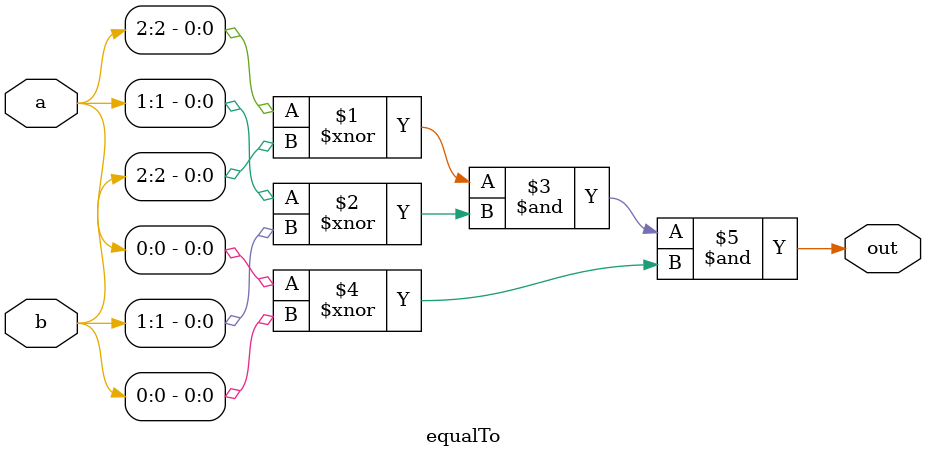
<source format=v>
module greaterThan(a,b,out);
	input [2:0] a,b;
	output out;
	
	assign out = a[2]&~b[2] | 
					(a[2]~^b[2]) & (a[1]&~b[1]) | 
					(a[2]~^b[2]) & (a[1]~^b[1]) & (a[0]&~b[0]);
endmodule


module equalTo(a,b,out);
	input [2:0] a,b;
	output out;
	
	assign out = (a[2]~^b[2]) & (a[1]~^b[1]) & (a[0]~^b[0]);
endmodule
</source>
